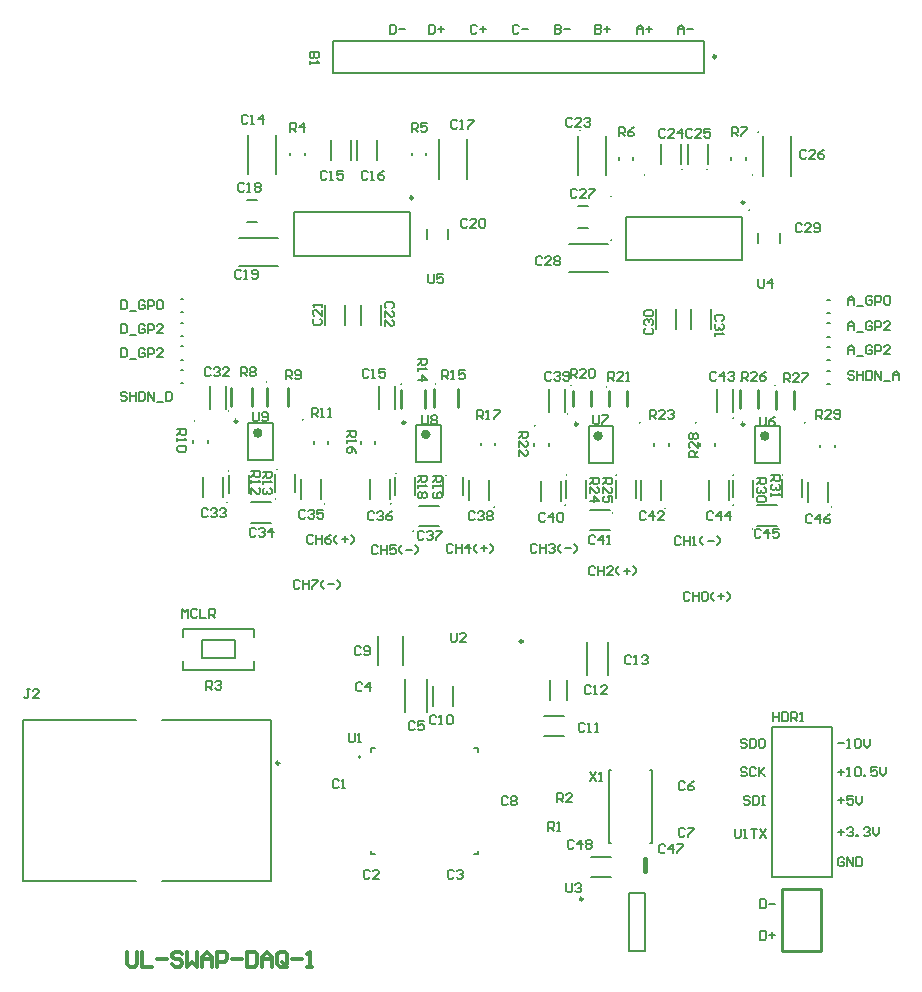
<source format=gto>
G04*
G04 #@! TF.GenerationSoftware,Altium Limited,Altium Designer,22.10.1 (41)*
G04*
G04 Layer_Color=65535*
%FSLAX24Y24*%
%MOIN*%
G70*
G04*
G04 #@! TF.SameCoordinates,EAAA1F8D-6CAC-4442-BC96-451E5CDCA5FB*
G04*
G04*
G04 #@! TF.FilePolarity,Positive*
G04*
G01*
G75*
%ADD10C,0.0098*%
%ADD11C,0.0100*%
%ADD12C,0.0079*%
%ADD13C,0.0157*%
%ADD14C,0.0050*%
%ADD15C,0.0070*%
%ADD16C,0.0120*%
D10*
X23899Y37700D02*
G03*
X23899Y37700I-49J0D01*
G01*
X19457Y9620D02*
G03*
X19457Y9620I-49J0D01*
G01*
X24843Y25451D02*
G03*
X24843Y25451I-49J0D01*
G01*
X19289D02*
G03*
X19289Y25451I-49J0D01*
G01*
X24844Y32842D02*
G03*
X24844Y32842I-49J0D01*
G01*
X13543Y25501D02*
G03*
X13543Y25501I-49J0D01*
G01*
X7943Y25551D02*
G03*
X7943Y25551I-49J0D01*
G01*
X13794Y32992D02*
G03*
X13794Y32992I-49J0D01*
G01*
X9339Y14150D02*
G03*
X9339Y14150I-49J0D01*
G01*
D11*
X17455Y18208D02*
G03*
X17455Y18208I-50J0D01*
G01*
X26100Y7900D02*
X27400D01*
X26100Y9950D02*
X27400D01*
Y7900D02*
Y9950D01*
X26100Y7900D02*
Y9950D01*
X25894Y25961D02*
Y26561D01*
X26494Y25961D02*
Y26561D01*
X25294Y25990D02*
Y26590D01*
X24694Y25990D02*
Y26590D01*
X13394Y25990D02*
Y26590D01*
X15294Y26011D02*
Y26611D01*
X14494Y26011D02*
Y26611D01*
X8940Y26040D02*
Y26640D01*
X9640Y26040D02*
Y26640D01*
X8444Y26040D02*
Y26640D01*
X7740Y26040D02*
Y26640D01*
X14194Y25990D02*
Y26590D01*
X19740Y26040D02*
Y26540D01*
X19140Y26040D02*
Y26540D01*
X20340Y26040D02*
Y26540D01*
X20940Y26040D02*
Y26540D01*
D12*
X12058Y14359D02*
G03*
X12058Y14359I-39J0D01*
G01*
X24720Y26900D02*
G03*
X24720Y26900I-20J0D01*
G01*
X18871Y22760D02*
G03*
X18871Y22760I-20J0D01*
G01*
X13221Y23810D02*
G03*
X13221Y23810I-20J0D01*
G01*
X6521Y25560D02*
G03*
X6521Y25560I-20J0D01*
G01*
X7609Y22840D02*
G03*
X7609Y22840I-20J0D01*
G01*
X21370Y25500D02*
G03*
X21370Y25500I-20J0D01*
G01*
X25009Y32590D02*
G03*
X25009Y32590I-20J0D01*
G01*
X25120Y33750D02*
G03*
X25120Y33750I-20J0D01*
G01*
X25309Y35190D02*
G03*
X25309Y35190I-20J0D01*
G01*
X26870Y25500D02*
G03*
X26870Y25500I-20J0D01*
G01*
X25863Y26740D02*
G03*
X25863Y26740I-20J0D01*
G01*
X25120Y21950D02*
G03*
X25120Y21950I-20J0D01*
G01*
X24470Y25650D02*
G03*
X24470Y25650I-20J0D01*
G01*
X23220Y25500D02*
G03*
X23220Y25500I-20J0D01*
G01*
X17870Y25400D02*
G03*
X17870Y25400I-20J0D01*
G01*
X24470Y22750D02*
G03*
X24470Y22750I-20J0D01*
G01*
Y23750D02*
G03*
X24470Y23750I-20J0D01*
G01*
X26120D02*
G03*
X26120Y23750I-20J0D01*
G01*
X21520Y33750D02*
G03*
X21520Y33750I-20J0D01*
G01*
X22759Y33940D02*
G03*
X22759Y33940I-20J0D01*
G01*
X14913Y23740D02*
G03*
X14913Y23740I-20J0D01*
G01*
X13070Y22800D02*
G03*
X13070Y22800I-20J0D01*
G01*
X13409Y26790D02*
G03*
X13409Y26790I-20J0D01*
G01*
X13809Y21890D02*
G03*
X13809Y21890I-20J0D01*
G01*
X14563Y26790D02*
G03*
X14563Y26790I-20J0D01*
G01*
X16059Y25740D02*
G03*
X16059Y25740I-20J0D01*
G01*
X10120Y25600D02*
G03*
X10120Y25600I-20J0D01*
G01*
X8920Y26850D02*
G03*
X8920Y26850I-20J0D01*
G01*
X9220Y22950D02*
G03*
X9220Y22950I-20J0D01*
G01*
X7659Y25890D02*
G03*
X7659Y25890I-20J0D01*
G01*
X9259Y23940D02*
G03*
X9259Y23940I-20J0D01*
G01*
X10859Y22790D02*
G03*
X10859Y22790I-20J0D01*
G01*
X16509Y22690D02*
G03*
X16509Y22690I-20J0D01*
G01*
X7659Y23890D02*
G03*
X7659Y23890I-20J0D01*
G01*
X20409Y33040D02*
G03*
X20409Y33040I-20J0D01*
G01*
X23609Y33940D02*
G03*
X23609Y33940I-20J0D01*
G01*
X20459Y22490D02*
G03*
X20459Y22490I-20J0D01*
G01*
X22209Y22640D02*
G03*
X22209Y22640I-20J0D01*
G01*
X18709Y22490D02*
G03*
X18709Y22490I-20J0D01*
G01*
X19059Y26740D02*
G03*
X19059Y26740I-20J0D01*
G01*
X18959Y25790D02*
G03*
X18959Y25790I-20J0D01*
G01*
X18920Y23750D02*
G03*
X18920Y23750I-20J0D01*
G01*
X20570D02*
G03*
X20570Y23750I-20J0D01*
G01*
X20259Y26690D02*
G03*
X20259Y26690I-20J0D01*
G01*
X27759Y22690D02*
G03*
X27759Y22690I-20J0D01*
G01*
X20409Y31590D02*
G03*
X20409Y31590I-20J0D01*
G01*
X19359Y35240D02*
G03*
X19359Y35240I-20J0D01*
G01*
X6061Y29174D02*
X6139D01*
X6061Y29626D02*
X6139D01*
X6061Y28385D02*
X6139D01*
X6061Y28837D02*
X6139D01*
X6061Y27595D02*
X6139D01*
X6061Y28048D02*
X6139D01*
X6061Y26806D02*
X6139D01*
X6061Y27259D02*
X6139D01*
X27611Y27226D02*
X27689D01*
X27611Y26774D02*
X27689D01*
X27611Y28026D02*
X27689D01*
X27611Y27574D02*
X27689D01*
X27611Y28815D02*
X27689D01*
X27611Y28363D02*
X27689D01*
X27611Y29605D02*
X27689D01*
X27611Y29152D02*
X27689D01*
X23481Y37169D02*
Y38231D01*
X11119D02*
X23481D01*
X11119Y37169D02*
Y38231D01*
Y37169D02*
X23481D01*
X6477Y24838D02*
Y24917D01*
X6970Y24838D02*
Y24917D01*
X18856Y25847D02*
Y26634D01*
X18324Y25847D02*
Y26634D01*
X25750Y10350D02*
X27750D01*
X25750Y15350D02*
X27750D01*
Y10350D02*
Y15350D01*
X25750Y10350D02*
Y15350D01*
X20983Y7885D02*
Y9815D01*
Y7885D02*
X21517D01*
Y9815D01*
X20983D02*
X21517D01*
X19715Y11035D02*
X20385D01*
X19715Y10365D02*
X20385D01*
X12065Y28765D02*
Y29435D01*
X12735Y28765D02*
Y29435D01*
X10865Y28770D02*
Y29439D01*
X11535Y28770D02*
Y29439D01*
X24896Y34261D02*
Y34340D01*
X24404Y34261D02*
Y34340D01*
X21141Y34261D02*
Y34340D01*
X20649Y34261D02*
Y34340D01*
X14241Y34411D02*
Y34490D01*
X13749Y34411D02*
Y34490D01*
X10196Y34411D02*
Y34490D01*
X9704Y34411D02*
Y34490D01*
X18165Y15735D02*
X18835D01*
X18165Y15065D02*
X18835D01*
X14465Y16065D02*
Y16735D01*
X15135Y16065D02*
Y16735D01*
X21709Y13920D02*
X21778D01*
X20322D02*
X20391D01*
X20322Y11480D02*
Y13920D01*
X21709Y11480D02*
X21778D01*
X20322D02*
X20391D01*
X21778D02*
Y13920D01*
X13543Y15862D02*
Y16969D01*
X14257Y15862D02*
Y16969D01*
X12585Y34270D02*
Y34939D01*
X11915Y34270D02*
Y34939D01*
X23724Y28606D02*
Y29275D01*
X23055Y28606D02*
Y29275D01*
X22574Y28606D02*
Y29275D01*
X21905Y28606D02*
Y29275D01*
X18989Y30526D02*
X20291D01*
X18989Y31454D02*
X20291D01*
X20214Y33749D02*
Y35051D01*
X19286Y33749D02*
Y35051D01*
X25207Y24152D02*
X26034D01*
X25207Y25373D02*
X26034D01*
Y24152D02*
Y25373D01*
X25207Y24152D02*
Y25373D01*
X26404Y33739D02*
Y35041D01*
X25476Y33739D02*
Y35041D01*
X23924Y25852D02*
Y26639D01*
X24456Y25852D02*
Y26639D01*
X19653Y24152D02*
X20480D01*
X19653Y25373D02*
X20480D01*
Y24152D02*
Y25373D01*
X19653Y24152D02*
Y25373D01*
X19310Y31975D02*
X19643D01*
X19310Y32706D02*
X19643D01*
X20897Y30913D02*
Y32369D01*
X24756Y30913D02*
Y32369D01*
X20897Y30913D02*
X24756D01*
X20897Y32369D02*
X24756D01*
X14249Y31624D02*
Y31957D01*
X14980Y31624D02*
Y31957D01*
X8260Y32175D02*
X8593D01*
X8260Y32906D02*
X8593D01*
X13907Y24202D02*
Y25423D01*
X14734Y24202D02*
Y25423D01*
X13907D02*
X14734D01*
X13907Y24202D02*
X14734D01*
X8307Y24252D02*
Y25473D01*
X9134Y24252D02*
Y25473D01*
X8307D02*
X9134D01*
X8307Y24252D02*
X9134D01*
X9847Y32519D02*
X13706D01*
X9847Y31063D02*
X13706D01*
Y32519D01*
X9847Y31063D02*
Y32519D01*
X8324Y23150D02*
Y23741D01*
X7655Y23150D02*
Y23741D01*
X9878Y23195D02*
Y23786D01*
X9209Y23195D02*
Y23786D01*
X13877Y23101D02*
Y23691D01*
X13207Y23101D02*
Y23691D01*
X15474Y23095D02*
Y23686D01*
X14805Y23095D02*
Y23686D01*
X19574Y22995D02*
Y23586D01*
X18905Y22995D02*
Y23586D01*
X21224Y22995D02*
Y23586D01*
X20555Y22995D02*
Y23586D01*
X25128Y23008D02*
Y23599D01*
X24459Y23008D02*
Y23599D01*
X26778Y23032D02*
Y23623D01*
X26109Y23032D02*
Y23623D01*
X10977Y24803D02*
Y24882D01*
X10485Y24803D02*
Y24882D01*
X16546Y24761D02*
Y24839D01*
X16054Y24761D02*
Y24839D01*
X22323Y24738D02*
Y24817D01*
X21831Y24738D02*
Y24817D01*
X27868Y24690D02*
Y24769D01*
X27376Y24690D02*
Y24769D01*
X12547Y24803D02*
Y24882D01*
X12055Y24803D02*
Y24882D01*
X17822Y24733D02*
Y24811D01*
X18314Y24733D02*
Y24811D01*
X23379Y24738D02*
Y24817D01*
X23871Y24738D02*
Y24817D01*
X7999Y31654D02*
X9300D01*
X7999Y30726D02*
X9300D01*
X14676Y33639D02*
Y34941D01*
X15604Y33639D02*
Y34941D01*
X8286Y33799D02*
Y35101D01*
X9214Y33799D02*
Y35101D01*
X11067Y34265D02*
Y34935D01*
X11737Y34265D02*
Y34935D01*
X22955Y34106D02*
Y34775D01*
X23624Y34106D02*
Y34775D01*
X22724Y34106D02*
Y34775D01*
X22055Y34106D02*
Y34775D01*
X6807Y23006D02*
Y23675D01*
X7476Y23006D02*
Y23675D01*
X12359Y22956D02*
Y23625D01*
X13028Y22956D02*
Y23625D01*
X18055Y22900D02*
Y23570D01*
X18724Y22900D02*
Y23570D01*
X23659Y22906D02*
Y23575D01*
X24328Y22906D02*
Y23575D01*
X8405Y22171D02*
X9074D01*
X8405Y22841D02*
X9074D01*
X14005Y22725D02*
X14674D01*
X14005Y22056D02*
X14674D01*
X19710Y21906D02*
X20379D01*
X19710Y22575D02*
X20379D01*
X25259Y22071D02*
X25928D01*
X25259Y22741D02*
X25928D01*
X10057Y22969D02*
Y23638D01*
X10727Y22969D02*
Y23638D01*
X15657Y22919D02*
Y23588D01*
X16327Y22919D02*
Y23588D01*
X21405Y22906D02*
Y23575D01*
X22074Y22906D02*
Y23575D01*
X26957Y22856D02*
Y23525D01*
X27627Y22856D02*
Y23525D01*
X7024Y25952D02*
Y26739D01*
X7556Y25952D02*
Y26739D01*
X12674Y25947D02*
Y26734D01*
X13206Y25947D02*
Y26734D01*
X25299Y31474D02*
Y31807D01*
X26030Y31474D02*
Y31807D01*
X13463Y17408D02*
Y18392D01*
X12637Y17408D02*
Y18392D01*
X19593Y17096D02*
Y18204D01*
X20307Y17096D02*
Y18204D01*
X18355Y16265D02*
Y16935D01*
X18945Y16265D02*
Y16935D01*
X802Y10225D02*
X4566D01*
X802Y15575D02*
X4566D01*
X5432Y10225D02*
X9054D01*
X5432Y15575D02*
X9054D01*
X802Y10225D02*
Y15575D01*
X9054Y10225D02*
Y15575D01*
D13*
X25601Y25058D02*
G03*
X25601Y25058I-79J0D01*
G01*
X20047D02*
G03*
X20047Y25058I-79J0D01*
G01*
X14301Y25108D02*
G03*
X14301Y25108I-79J0D01*
G01*
X8701Y25158D02*
G03*
X8701Y25158I-79J0D01*
G01*
X21540Y10543D02*
Y10957D01*
D14*
X15836Y11111D02*
X15954D01*
X15836Y14654D02*
X15954D01*
X12411Y11111D02*
X12529D01*
X12411Y14654D02*
X12529D01*
X15954Y11111D02*
Y11229D01*
Y14536D02*
Y14654D01*
X12411Y11111D02*
Y11229D01*
Y14536D02*
Y14654D01*
X6119Y17261D02*
Y17556D01*
Y18344D02*
Y18639D01*
X8481Y18344D02*
Y18639D01*
Y17261D02*
Y17556D01*
X6749Y17655D02*
X7851D01*
X6749D02*
Y18245D01*
X7851D01*
Y17655D02*
Y18245D01*
X6119Y17261D02*
X8481D01*
X6119Y18639D02*
X8481D01*
D15*
X13020Y38770D02*
Y38470D01*
X13170D01*
X13220Y38520D01*
Y38720D01*
X13170Y38770D01*
X13020D01*
X13320Y38620D02*
X13520D01*
X14320Y38770D02*
Y38470D01*
X14470D01*
X14520Y38520D01*
Y38720D01*
X14470Y38770D01*
X14320D01*
X14620Y38620D02*
X14820D01*
X14720Y38720D02*
Y38520D01*
X15920Y38720D02*
X15870Y38770D01*
X15770D01*
X15720Y38720D01*
Y38520D01*
X15770Y38470D01*
X15870D01*
X15920Y38520D01*
X16020Y38620D02*
X16220D01*
X16120Y38720D02*
Y38520D01*
X17320Y38720D02*
X17270Y38770D01*
X17170D01*
X17120Y38720D01*
Y38520D01*
X17170Y38470D01*
X17270D01*
X17320Y38520D01*
X17420Y38620D02*
X17620D01*
X18520Y38770D02*
Y38470D01*
X18670D01*
X18720Y38520D01*
Y38570D01*
X18670Y38620D01*
X18520D01*
X18670D01*
X18720Y38670D01*
Y38720D01*
X18670Y38770D01*
X18520D01*
X18820Y38620D02*
X19020D01*
X19870Y38770D02*
Y38470D01*
X20020D01*
X20070Y38520D01*
Y38570D01*
X20020Y38620D01*
X19870D01*
X20020D01*
X20070Y38670D01*
Y38720D01*
X20020Y38770D01*
X19870D01*
X20170Y38620D02*
X20370D01*
X20270Y38720D02*
Y38520D01*
X21270Y38470D02*
Y38670D01*
X21370Y38770D01*
X21470Y38670D01*
Y38470D01*
Y38620D01*
X21270D01*
X21570D02*
X21770D01*
X21670Y38720D02*
Y38520D01*
X22620Y38470D02*
Y38670D01*
X22720Y38770D01*
X22820Y38670D01*
Y38470D01*
Y38620D01*
X22620D01*
X22920D02*
X23120D01*
X10020Y20220D02*
X9970Y20270D01*
X9870D01*
X9820Y20220D01*
Y20020D01*
X9870Y19970D01*
X9970D01*
X10020Y20020D01*
X10120Y20270D02*
Y19970D01*
Y20120D01*
X10320D01*
Y20270D01*
Y19970D01*
X10420Y20270D02*
X10620D01*
Y20220D01*
X10420Y20020D01*
Y19970D01*
X10820D02*
X10720Y20070D01*
Y20170D01*
X10820Y20270D01*
X10970Y20120D02*
X11170D01*
X11270Y19970D02*
X11370Y20070D01*
Y20170D01*
X11270Y20270D01*
X12620Y21370D02*
X12570Y21420D01*
X12470D01*
X12420Y21370D01*
Y21170D01*
X12470Y21120D01*
X12570D01*
X12620Y21170D01*
X12720Y21420D02*
Y21120D01*
Y21270D01*
X12920D01*
Y21420D01*
Y21120D01*
X13220Y21420D02*
X13020D01*
Y21270D01*
X13120Y21320D01*
X13170D01*
X13220Y21270D01*
Y21170D01*
X13170Y21120D01*
X13070D01*
X13020Y21170D01*
X13420Y21120D02*
X13320Y21220D01*
Y21320D01*
X13420Y21420D01*
X13570Y21270D02*
X13770D01*
X13870Y21120D02*
X13970Y21220D01*
Y21320D01*
X13870Y21420D01*
X15120Y21420D02*
X15070Y21470D01*
X14970D01*
X14920Y21420D01*
Y21220D01*
X14970Y21170D01*
X15070D01*
X15120Y21220D01*
X15220Y21470D02*
Y21170D01*
Y21320D01*
X15420D01*
Y21470D01*
Y21170D01*
X15670D02*
Y21470D01*
X15520Y21320D01*
X15720D01*
X15920Y21170D02*
X15820Y21270D01*
Y21370D01*
X15920Y21470D01*
X16070Y21320D02*
X16270D01*
X16170Y21420D02*
Y21220D01*
X16370Y21170D02*
X16470Y21270D01*
Y21370D01*
X16370Y21470D01*
X17920Y21420D02*
X17870Y21470D01*
X17770D01*
X17720Y21420D01*
Y21220D01*
X17770Y21170D01*
X17870D01*
X17920Y21220D01*
X18020Y21470D02*
Y21170D01*
Y21320D01*
X18220D01*
Y21470D01*
Y21170D01*
X18320Y21420D02*
X18370Y21470D01*
X18470D01*
X18520Y21420D01*
Y21370D01*
X18470Y21320D01*
X18420D01*
X18470D01*
X18520Y21270D01*
Y21220D01*
X18470Y21170D01*
X18370D01*
X18320Y21220D01*
X18720Y21170D02*
X18620Y21270D01*
Y21370D01*
X18720Y21470D01*
X18870Y21320D02*
X19070D01*
X19170Y21170D02*
X19269Y21270D01*
Y21370D01*
X19170Y21470D01*
X19870Y20670D02*
X19820Y20720D01*
X19720D01*
X19670Y20670D01*
Y20470D01*
X19720Y20420D01*
X19820D01*
X19870Y20470D01*
X19970Y20720D02*
Y20420D01*
Y20570D01*
X20170D01*
Y20720D01*
Y20420D01*
X20470D02*
X20270D01*
X20470Y20620D01*
Y20670D01*
X20420Y20720D01*
X20320D01*
X20270Y20670D01*
X20670Y20420D02*
X20570Y20520D01*
Y20620D01*
X20670Y20720D01*
X20820Y20570D02*
X21020D01*
X20920Y20670D02*
Y20470D01*
X21120Y20420D02*
X21219Y20520D01*
Y20620D01*
X21120Y20720D01*
X22720Y21670D02*
X22670Y21720D01*
X22570D01*
X22520Y21670D01*
Y21470D01*
X22570Y21420D01*
X22670D01*
X22720Y21470D01*
X22820Y21720D02*
Y21420D01*
Y21570D01*
X23020D01*
Y21720D01*
Y21420D01*
X23120D02*
X23220D01*
X23170D01*
Y21720D01*
X23120Y21670D01*
X23470Y21420D02*
X23370Y21520D01*
Y21620D01*
X23470Y21720D01*
X23620Y21570D02*
X23820D01*
X23920Y21420D02*
X24020Y21520D01*
Y21620D01*
X23920Y21720D01*
X23020Y19820D02*
X22970Y19870D01*
X22870D01*
X22820Y19820D01*
Y19620D01*
X22870Y19570D01*
X22970D01*
X23020Y19620D01*
X23120Y19870D02*
Y19570D01*
Y19720D01*
X23320D01*
Y19870D01*
Y19570D01*
X23420Y19820D02*
X23470Y19870D01*
X23570D01*
X23620Y19820D01*
Y19620D01*
X23570Y19570D01*
X23470D01*
X23420Y19620D01*
Y19820D01*
X23820Y19570D02*
X23720Y19670D01*
Y19770D01*
X23820Y19870D01*
X23970Y19720D02*
X24170D01*
X24070Y19820D02*
Y19620D01*
X24270Y19570D02*
X24369Y19670D01*
Y19770D01*
X24270Y19870D01*
X10470Y21720D02*
X10420Y21770D01*
X10320D01*
X10270Y21720D01*
Y21520D01*
X10320Y21470D01*
X10420D01*
X10470Y21520D01*
X10570Y21770D02*
Y21470D01*
Y21620D01*
X10770D01*
Y21770D01*
Y21470D01*
X11070Y21770D02*
X10970Y21720D01*
X10870Y21620D01*
Y21520D01*
X10920Y21470D01*
X11020D01*
X11070Y21520D01*
Y21570D01*
X11020Y21620D01*
X10870D01*
X11270Y21470D02*
X11170Y21570D01*
Y21670D01*
X11270Y21770D01*
X11420Y21620D02*
X11620D01*
X11520Y21720D02*
Y21520D01*
X11720Y21470D02*
X11819Y21570D01*
Y21670D01*
X11720Y21770D01*
X28170Y10970D02*
X28120Y11020D01*
X28020D01*
X27970Y10970D01*
Y10770D01*
X28020Y10720D01*
X28120D01*
X28170Y10770D01*
Y10870D01*
X28070D01*
X28270Y10720D02*
Y11020D01*
X28470Y10720D01*
Y11020D01*
X28570D02*
Y10720D01*
X28720D01*
X28770Y10770D01*
Y10970D01*
X28720Y11020D01*
X28570D01*
X27970Y11870D02*
X28170D01*
X28070Y11970D02*
Y11770D01*
X28270Y11970D02*
X28320Y12020D01*
X28420D01*
X28470Y11970D01*
Y11920D01*
X28420Y11870D01*
X28370D01*
X28420D01*
X28470Y11820D01*
Y11770D01*
X28420Y11720D01*
X28320D01*
X28270Y11770D01*
X28570Y11720D02*
Y11770D01*
X28620D01*
Y11720D01*
X28570D01*
X28820Y11970D02*
X28870Y12020D01*
X28970D01*
X29020Y11970D01*
Y11920D01*
X28970Y11870D01*
X28920D01*
X28970D01*
X29020Y11820D01*
Y11770D01*
X28970Y11720D01*
X28870D01*
X28820Y11770D01*
X29120Y12020D02*
Y11820D01*
X29220Y11720D01*
X29320Y11820D01*
Y12020D01*
X27970Y12920D02*
X28170D01*
X28070Y13020D02*
Y12820D01*
X28470Y13070D02*
X28270D01*
Y12920D01*
X28370Y12970D01*
X28420D01*
X28470Y12920D01*
Y12820D01*
X28420Y12770D01*
X28320D01*
X28270Y12820D01*
X28570Y13070D02*
Y12870D01*
X28670Y12770D01*
X28770Y12870D01*
Y13070D01*
X27970Y13870D02*
X28170D01*
X28070Y13970D02*
Y13770D01*
X28270Y13720D02*
X28370D01*
X28320D01*
Y14020D01*
X28270Y13970D01*
X28520D02*
X28570Y14020D01*
X28670D01*
X28720Y13970D01*
Y13770D01*
X28670Y13720D01*
X28570D01*
X28520Y13770D01*
Y13970D01*
X28820Y13720D02*
Y13770D01*
X28870D01*
Y13720D01*
X28820D01*
X29270Y14020D02*
X29070D01*
Y13870D01*
X29170Y13920D01*
X29220D01*
X29270Y13870D01*
Y13770D01*
X29220Y13720D01*
X29120D01*
X29070Y13770D01*
X29370Y14020D02*
Y13820D01*
X29470Y13720D01*
X29569Y13820D01*
Y14020D01*
X27970Y14820D02*
X28170D01*
X28270Y14670D02*
X28370D01*
X28320D01*
Y14970D01*
X28270Y14920D01*
X28520D02*
X28570Y14970D01*
X28670D01*
X28720Y14920D01*
Y14720D01*
X28670Y14670D01*
X28570D01*
X28520Y14720D01*
Y14920D01*
X28820Y14970D02*
Y14770D01*
X28920Y14670D01*
X29020Y14770D01*
Y14970D01*
X24520Y11970D02*
Y11720D01*
X24570Y11670D01*
X24670D01*
X24720Y11720D01*
Y11970D01*
X24820Y11670D02*
X24920D01*
X24870D01*
Y11970D01*
X24820Y11920D01*
X25070Y11970D02*
X25270D01*
X25170D01*
Y11670D01*
X25370Y11970D02*
X25570Y11670D01*
Y11970D02*
X25370Y11670D01*
X25020Y13020D02*
X24970Y13070D01*
X24870D01*
X24820Y13020D01*
Y12970D01*
X24870Y12920D01*
X24970D01*
X25020Y12870D01*
Y12820D01*
X24970Y12770D01*
X24870D01*
X24820Y12820D01*
X25120Y13070D02*
Y12770D01*
X25270D01*
X25320Y12820D01*
Y13020D01*
X25270Y13070D01*
X25120D01*
X25420D02*
X25520D01*
X25470D01*
Y12770D01*
X25420D01*
X25520D01*
X24920Y13970D02*
X24870Y14020D01*
X24770D01*
X24720Y13970D01*
Y13920D01*
X24770Y13870D01*
X24870D01*
X24920Y13820D01*
Y13770D01*
X24870Y13720D01*
X24770D01*
X24720Y13770D01*
X25220Y13970D02*
X25170Y14020D01*
X25070D01*
X25020Y13970D01*
Y13770D01*
X25070Y13720D01*
X25170D01*
X25220Y13770D01*
X25320Y14020D02*
Y13720D01*
Y13820D01*
X25520Y14020D01*
X25370Y13870D01*
X25520Y13720D01*
X24920Y14920D02*
X24870Y14970D01*
X24770D01*
X24720Y14920D01*
Y14870D01*
X24770Y14820D01*
X24870D01*
X24920Y14770D01*
Y14720D01*
X24870Y14670D01*
X24770D01*
X24720Y14720D01*
X25020Y14970D02*
Y14670D01*
X25170D01*
X25220Y14720D01*
Y14920D01*
X25170Y14970D01*
X25020D01*
X25470D02*
X25370D01*
X25320Y14920D01*
Y14720D01*
X25370Y14670D01*
X25470D01*
X25520Y14720D01*
Y14920D01*
X25470Y14970D01*
X25370Y8570D02*
Y8270D01*
X25520D01*
X25570Y8320D01*
Y8520D01*
X25520Y8570D01*
X25370D01*
X25670Y8420D02*
X25870D01*
X25770Y8520D02*
Y8320D01*
X25370Y9620D02*
Y9320D01*
X25520D01*
X25570Y9370D01*
Y9570D01*
X25520Y9620D01*
X25370D01*
X25670Y9470D02*
X25870D01*
X4050Y29575D02*
Y29275D01*
X4200D01*
X4250Y29325D01*
Y29525D01*
X4200Y29575D01*
X4050D01*
X4350Y29225D02*
X4550D01*
X4850Y29525D02*
X4800Y29575D01*
X4700D01*
X4650Y29525D01*
Y29325D01*
X4700Y29275D01*
X4800D01*
X4850Y29325D01*
Y29425D01*
X4750D01*
X4950Y29275D02*
Y29575D01*
X5100D01*
X5150Y29525D01*
Y29425D01*
X5100Y29375D01*
X4950D01*
X5250Y29525D02*
X5300Y29575D01*
X5400D01*
X5450Y29525D01*
Y29325D01*
X5400Y29275D01*
X5300D01*
X5250Y29325D01*
Y29525D01*
X4050Y28775D02*
Y28475D01*
X4200D01*
X4250Y28525D01*
Y28725D01*
X4200Y28775D01*
X4050D01*
X4350Y28425D02*
X4550D01*
X4850Y28725D02*
X4800Y28775D01*
X4700D01*
X4650Y28725D01*
Y28525D01*
X4700Y28475D01*
X4800D01*
X4850Y28525D01*
Y28625D01*
X4750D01*
X4950Y28475D02*
Y28775D01*
X5100D01*
X5150Y28725D01*
Y28625D01*
X5100Y28575D01*
X4950D01*
X5450Y28475D02*
X5250D01*
X5450Y28675D01*
Y28725D01*
X5400Y28775D01*
X5300D01*
X5250Y28725D01*
X4050Y27975D02*
Y27675D01*
X4200D01*
X4250Y27725D01*
Y27925D01*
X4200Y27975D01*
X4050D01*
X4350Y27625D02*
X4550D01*
X4850Y27925D02*
X4800Y27975D01*
X4700D01*
X4650Y27925D01*
Y27725D01*
X4700Y27675D01*
X4800D01*
X4850Y27725D01*
Y27825D01*
X4750D01*
X4950Y27675D02*
Y27975D01*
X5100D01*
X5150Y27925D01*
Y27825D01*
X5100Y27775D01*
X4950D01*
X5450Y27675D02*
X5250D01*
X5450Y27875D01*
Y27925D01*
X5400Y27975D01*
X5300D01*
X5250Y27925D01*
X4250Y26475D02*
X4200Y26525D01*
X4100D01*
X4050Y26475D01*
Y26425D01*
X4100Y26375D01*
X4200D01*
X4250Y26325D01*
Y26275D01*
X4200Y26225D01*
X4100D01*
X4050Y26275D01*
X4350Y26525D02*
Y26225D01*
Y26375D01*
X4550D01*
Y26525D01*
Y26225D01*
X4650Y26525D02*
Y26225D01*
X4800D01*
X4850Y26275D01*
Y26475D01*
X4800Y26525D01*
X4650D01*
X4950Y26225D02*
Y26525D01*
X5150Y26225D01*
Y26525D01*
X5250Y26175D02*
X5450D01*
X5550Y26525D02*
Y26225D01*
X5700D01*
X5750Y26275D01*
Y26475D01*
X5700Y26525D01*
X5550D01*
X28500Y27175D02*
X28450Y27225D01*
X28350D01*
X28300Y27175D01*
Y27125D01*
X28350Y27075D01*
X28450D01*
X28500Y27025D01*
Y26975D01*
X28450Y26925D01*
X28350D01*
X28300Y26975D01*
X28600Y27225D02*
Y26925D01*
Y27075D01*
X28800D01*
Y27225D01*
Y26925D01*
X28900Y27225D02*
Y26925D01*
X29050D01*
X29100Y26975D01*
Y27175D01*
X29050Y27225D01*
X28900D01*
X29200Y26925D02*
Y27225D01*
X29400Y26925D01*
Y27225D01*
X29500Y26875D02*
X29700D01*
X29800Y26925D02*
Y27125D01*
X29900Y27225D01*
X30000Y27125D01*
Y26925D01*
Y27075D01*
X29800D01*
X28300Y27775D02*
Y27975D01*
X28400Y28075D01*
X28500Y27975D01*
Y27775D01*
Y27925D01*
X28300D01*
X28600Y27725D02*
X28800D01*
X29100Y28025D02*
X29050Y28075D01*
X28950D01*
X28900Y28025D01*
Y27825D01*
X28950Y27775D01*
X29050D01*
X29100Y27825D01*
Y27925D01*
X29000D01*
X29200Y27775D02*
Y28075D01*
X29350D01*
X29400Y28025D01*
Y27925D01*
X29350Y27875D01*
X29200D01*
X29700Y27775D02*
X29500D01*
X29700Y27975D01*
Y28025D01*
X29650Y28075D01*
X29550D01*
X29500Y28025D01*
X28300Y28575D02*
Y28775D01*
X28400Y28875D01*
X28500Y28775D01*
Y28575D01*
Y28725D01*
X28300D01*
X28600Y28525D02*
X28800D01*
X29100Y28825D02*
X29050Y28875D01*
X28950D01*
X28900Y28825D01*
Y28625D01*
X28950Y28575D01*
X29050D01*
X29100Y28625D01*
Y28725D01*
X29000D01*
X29200Y28575D02*
Y28875D01*
X29350D01*
X29400Y28825D01*
Y28725D01*
X29350Y28675D01*
X29200D01*
X29700Y28575D02*
X29500D01*
X29700Y28775D01*
Y28825D01*
X29650Y28875D01*
X29550D01*
X29500Y28825D01*
X28300Y29425D02*
Y29625D01*
X28400Y29725D01*
X28500Y29625D01*
Y29425D01*
Y29575D01*
X28300D01*
X28600Y29375D02*
X28800D01*
X29100Y29675D02*
X29050Y29725D01*
X28950D01*
X28900Y29675D01*
Y29475D01*
X28950Y29425D01*
X29050D01*
X29100Y29475D01*
Y29575D01*
X29000D01*
X29200Y29425D02*
Y29725D01*
X29350D01*
X29400Y29675D01*
Y29575D01*
X29350Y29525D01*
X29200D01*
X29500Y29675D02*
X29550Y29725D01*
X29650D01*
X29700Y29675D01*
Y29475D01*
X29650Y29425D01*
X29550D01*
X29500Y29475D01*
Y29675D01*
X15050Y18500D02*
Y18250D01*
X15100Y18200D01*
X15200D01*
X15250Y18250D01*
Y18500D01*
X15550Y18200D02*
X15350D01*
X15550Y18400D01*
Y18450D01*
X15500Y18500D01*
X15400D01*
X15350Y18450D01*
X19150Y11550D02*
X19100Y11600D01*
X19000D01*
X18950Y11550D01*
Y11350D01*
X19000Y11300D01*
X19100D01*
X19150Y11350D01*
X19400Y11300D02*
Y11600D01*
X19250Y11450D01*
X19450D01*
X19550Y11550D02*
X19600Y11600D01*
X19700D01*
X19750Y11550D01*
Y11500D01*
X19700Y11450D01*
X19750Y11400D01*
Y11350D01*
X19700Y11300D01*
X19600D01*
X19550Y11350D01*
Y11400D01*
X19600Y11450D01*
X19550Y11500D01*
Y11550D01*
X19600Y11450D02*
X19700D01*
X22200Y11400D02*
X22150Y11450D01*
X22050D01*
X22000Y11400D01*
Y11200D01*
X22050Y11150D01*
X22150D01*
X22200Y11200D01*
X22450Y11150D02*
Y11450D01*
X22300Y11300D01*
X22500D01*
X22600Y11450D02*
X22800D01*
Y11400D01*
X22600Y11200D01*
Y11150D01*
X13110Y29310D02*
X13160Y29360D01*
Y29460D01*
X13110Y29510D01*
X12910D01*
X12860Y29460D01*
Y29360D01*
X12910Y29310D01*
X12860Y29010D02*
Y29210D01*
X13060Y29010D01*
X13110D01*
X13160Y29060D01*
Y29160D01*
X13110Y29210D01*
X12860Y28710D02*
Y28910D01*
X13060Y28710D01*
X13110D01*
X13160Y28760D01*
Y28860D01*
X13110Y28910D01*
X10510Y28964D02*
X10460Y28914D01*
Y28815D01*
X10510Y28765D01*
X10710D01*
X10760Y28815D01*
Y28914D01*
X10710Y28964D01*
X10760Y29264D02*
Y29064D01*
X10560Y29264D01*
X10510D01*
X10460Y29214D01*
Y29114D01*
X10510Y29064D01*
X10760Y29364D02*
Y29464D01*
Y29414D01*
X10460D01*
X10510Y29364D01*
X24416Y35050D02*
Y35350D01*
X24566D01*
X24616Y35300D01*
Y35200D01*
X24566Y35150D01*
X24416D01*
X24516D02*
X24616Y35050D01*
X24716Y35350D02*
X24916D01*
Y35300D01*
X24716Y35100D01*
Y35050D01*
X20660D02*
Y35350D01*
X20810D01*
X20860Y35300D01*
Y35200D01*
X20810Y35150D01*
X20660D01*
X20760D02*
X20860Y35050D01*
X21160Y35350D02*
X21060Y35300D01*
X20960Y35200D01*
Y35100D01*
X21010Y35050D01*
X21110D01*
X21160Y35100D01*
Y35150D01*
X21110Y35200D01*
X20960D01*
X13750Y35200D02*
Y35500D01*
X13900D01*
X13950Y35450D01*
Y35350D01*
X13900Y35300D01*
X13750D01*
X13850D02*
X13950Y35200D01*
X14250Y35500D02*
X14050D01*
Y35350D01*
X14150Y35400D01*
X14200D01*
X14250Y35350D01*
Y35250D01*
X14200Y35200D01*
X14100D01*
X14050Y35250D01*
X9700Y35200D02*
Y35500D01*
X9850D01*
X9900Y35450D01*
Y35350D01*
X9850Y35300D01*
X9700D01*
X9800D02*
X9900Y35200D01*
X10150D02*
Y35500D01*
X10000Y35350D01*
X10200D01*
X25800Y15850D02*
Y15550D01*
Y15700D01*
X26000D01*
Y15850D01*
Y15550D01*
X26100Y15850D02*
Y15550D01*
X26250D01*
X26300Y15600D01*
Y15800D01*
X26250Y15850D01*
X26100D01*
X26400Y15550D02*
Y15850D01*
X26550D01*
X26600Y15800D01*
Y15700D01*
X26550Y15650D01*
X26400D01*
X26500D02*
X26600Y15550D01*
X26700D02*
X26800D01*
X26750D01*
Y15850D01*
X26700Y15800D01*
X25350Y25700D02*
Y25450D01*
X25400Y25400D01*
X25500D01*
X25550Y25450D01*
Y25700D01*
X25850D02*
X25750Y25650D01*
X25650Y25550D01*
Y25450D01*
X25700Y25400D01*
X25800D01*
X25850Y25450D01*
Y25500D01*
X25800Y25550D01*
X25650D01*
X23900Y27150D02*
X23850Y27200D01*
X23750D01*
X23700Y27150D01*
Y26950D01*
X23750Y26900D01*
X23850D01*
X23900Y26950D01*
X24150Y26900D02*
Y27200D01*
X24000Y27050D01*
X24200D01*
X24300Y27150D02*
X24350Y27200D01*
X24450D01*
X24500Y27150D01*
Y27100D01*
X24450Y27050D01*
X24400D01*
X24450D01*
X24500Y27000D01*
Y26950D01*
X24450Y26900D01*
X24350D01*
X24300Y26950D01*
X18400Y27150D02*
X18350Y27200D01*
X18250D01*
X18200Y27150D01*
Y26950D01*
X18250Y26900D01*
X18350D01*
X18400Y26950D01*
X18500Y27150D02*
X18550Y27200D01*
X18650D01*
X18700Y27150D01*
Y27100D01*
X18650Y27050D01*
X18600D01*
X18650D01*
X18700Y27000D01*
Y26950D01*
X18650Y26900D01*
X18550D01*
X18500Y26950D01*
X18800D02*
X18850Y26900D01*
X18950D01*
X19000Y26950D01*
Y27150D01*
X18950Y27200D01*
X18850D01*
X18800Y27150D01*
Y27100D01*
X18850Y27050D01*
X19000D01*
X19800Y25750D02*
Y25500D01*
X19850Y25450D01*
X19950D01*
X20000Y25500D01*
Y25750D01*
X20100D02*
X20300D01*
Y25700D01*
X20100Y25500D01*
Y25450D01*
X19258Y33240D02*
X19208Y33290D01*
X19108D01*
X19058Y33240D01*
Y33040D01*
X19108Y32990D01*
X19208D01*
X19258Y33040D01*
X19558Y32990D02*
X19358D01*
X19558Y33190D01*
Y33240D01*
X19508Y33290D01*
X19408D01*
X19358Y33240D01*
X19658Y33290D02*
X19858D01*
Y33240D01*
X19658Y33040D01*
Y32990D01*
X10656Y37850D02*
X10356D01*
Y37700D01*
X10406Y37650D01*
X10456D01*
X10506Y37700D01*
Y37850D01*
Y37700D01*
X10556Y37650D01*
X10606D01*
X10656Y37700D01*
Y37850D01*
X10356Y37550D02*
Y37450D01*
Y37500D01*
X10656D01*
X10606Y37550D01*
X25300Y30300D02*
Y30050D01*
X25350Y30000D01*
X25450D01*
X25500Y30050D01*
Y30300D01*
X25750Y30000D02*
Y30300D01*
X25600Y30150D01*
X25800D01*
X15600Y32250D02*
X15550Y32300D01*
X15450D01*
X15400Y32250D01*
Y32050D01*
X15450Y32000D01*
X15550D01*
X15600Y32050D01*
X15900Y32000D02*
X15700D01*
X15900Y32200D01*
Y32250D01*
X15850Y32300D01*
X15750D01*
X15700Y32250D01*
X16000D02*
X16050Y32300D01*
X16150D01*
X16200Y32250D01*
Y32050D01*
X16150Y32000D01*
X16050D01*
X16000Y32050D01*
Y32250D01*
X8175Y33450D02*
X8125Y33500D01*
X8025D01*
X7975Y33450D01*
Y33250D01*
X8025Y33200D01*
X8125D01*
X8175Y33250D01*
X8275Y33200D02*
X8375D01*
X8325D01*
Y33500D01*
X8275Y33450D01*
X8525D02*
X8575Y33500D01*
X8675D01*
X8725Y33450D01*
Y33400D01*
X8675Y33350D01*
X8725Y33300D01*
Y33250D01*
X8675Y33200D01*
X8575D01*
X8525Y33250D01*
Y33300D01*
X8575Y33350D01*
X8525Y33400D01*
Y33450D01*
X8575Y33350D02*
X8675D01*
X14100Y25750D02*
Y25500D01*
X14150Y25450D01*
X14250D01*
X14300Y25500D01*
Y25750D01*
X14400Y25700D02*
X14450Y25750D01*
X14550D01*
X14600Y25700D01*
Y25650D01*
X14550Y25600D01*
X14600Y25550D01*
Y25500D01*
X14550Y25450D01*
X14450D01*
X14400Y25500D01*
Y25550D01*
X14450Y25600D01*
X14400Y25650D01*
Y25700D01*
X14450Y25600D02*
X14550D01*
X8450Y25850D02*
Y25600D01*
X8500Y25550D01*
X8600D01*
X8650Y25600D01*
Y25850D01*
X8750Y25600D02*
X8800Y25550D01*
X8900D01*
X8950Y25600D01*
Y25800D01*
X8900Y25850D01*
X8800D01*
X8750Y25800D01*
Y25750D01*
X8800Y25700D01*
X8950D01*
X14300Y30450D02*
Y30200D01*
X14350Y30150D01*
X14450D01*
X14500Y30200D01*
Y30450D01*
X14800D02*
X14600D01*
Y30300D01*
X14700Y30350D01*
X14750D01*
X14800Y30300D01*
Y30200D01*
X14750Y30150D01*
X14650D01*
X14600Y30200D01*
X8410Y23878D02*
X8710D01*
Y23728D01*
X8660Y23678D01*
X8560D01*
X8510Y23728D01*
Y23878D01*
Y23778D02*
X8410Y23678D01*
Y23578D02*
Y23479D01*
Y23528D01*
X8710D01*
X8660Y23578D01*
X8410Y23129D02*
Y23329D01*
X8610Y23129D01*
X8660D01*
X8710Y23179D01*
Y23279D01*
X8660Y23329D01*
X8794Y23865D02*
X9094D01*
Y23715D01*
X9044Y23665D01*
X8944D01*
X8894Y23715D01*
Y23865D01*
Y23765D02*
X8794Y23665D01*
Y23565D02*
Y23465D01*
Y23515D01*
X9094D01*
X9044Y23565D01*
Y23315D02*
X9094Y23265D01*
Y23165D01*
X9044Y23115D01*
X8994D01*
X8944Y23165D01*
Y23215D01*
Y23165D01*
X8894Y23115D01*
X8844D01*
X8794Y23165D01*
Y23265D01*
X8844Y23315D01*
X13950Y23725D02*
X14250D01*
Y23575D01*
X14200Y23525D01*
X14100D01*
X14050Y23575D01*
Y23725D01*
Y23625D02*
X13950Y23525D01*
Y23425D02*
Y23325D01*
Y23375D01*
X14250D01*
X14200Y23425D01*
Y23175D02*
X14250Y23125D01*
Y23025D01*
X14200Y22975D01*
X14150D01*
X14100Y23025D01*
X14050Y22975D01*
X14000D01*
X13950Y23025D01*
Y23125D01*
X14000Y23175D01*
X14050D01*
X14100Y23125D01*
X14150Y23175D01*
X14200D01*
X14100Y23125D02*
Y23025D01*
X14450Y23725D02*
X14750D01*
Y23575D01*
X14700Y23525D01*
X14600D01*
X14550Y23575D01*
Y23725D01*
Y23625D02*
X14450Y23525D01*
Y23425D02*
Y23325D01*
Y23375D01*
X14750D01*
X14700Y23425D01*
X14500Y23175D02*
X14450Y23125D01*
Y23025D01*
X14500Y22975D01*
X14700D01*
X14750Y23025D01*
Y23125D01*
X14700Y23175D01*
X14650D01*
X14600Y23125D01*
Y22975D01*
X19690Y23640D02*
X19990D01*
Y23490D01*
X19940Y23440D01*
X19840D01*
X19790Y23490D01*
Y23640D01*
Y23540D02*
X19690Y23440D01*
Y23140D02*
Y23340D01*
X19890Y23140D01*
X19940D01*
X19990Y23190D01*
Y23290D01*
X19940Y23340D01*
X19690Y22890D02*
X19990D01*
X19840Y23040D01*
Y22840D01*
X20140Y23640D02*
X20440D01*
Y23490D01*
X20390Y23440D01*
X20290D01*
X20240Y23490D01*
Y23640D01*
Y23540D02*
X20140Y23440D01*
Y23140D02*
Y23340D01*
X20340Y23140D01*
X20390D01*
X20440Y23190D01*
Y23290D01*
X20390Y23340D01*
X20440Y22840D02*
Y23040D01*
X20290D01*
X20340Y22940D01*
Y22890D01*
X20290Y22840D01*
X20190D01*
X20140Y22890D01*
Y22990D01*
X20190Y23040D01*
X25250Y23650D02*
X25550D01*
Y23500D01*
X25500Y23450D01*
X25400D01*
X25350Y23500D01*
Y23650D01*
Y23550D02*
X25250Y23450D01*
X25500Y23350D02*
X25550Y23300D01*
Y23200D01*
X25500Y23150D01*
X25450D01*
X25400Y23200D01*
Y23250D01*
Y23200D01*
X25350Y23150D01*
X25300D01*
X25250Y23200D01*
Y23300D01*
X25300Y23350D01*
X25500Y23050D02*
X25550Y23000D01*
Y22900D01*
X25500Y22850D01*
X25300D01*
X25250Y22900D01*
Y23000D01*
X25300Y23050D01*
X25500D01*
X25740Y23740D02*
X26040D01*
Y23590D01*
X25990Y23540D01*
X25890D01*
X25840Y23590D01*
Y23740D01*
Y23640D02*
X25740Y23540D01*
X25990Y23440D02*
X26040Y23390D01*
Y23290D01*
X25990Y23240D01*
X25940D01*
X25890Y23290D01*
Y23340D01*
Y23290D01*
X25840Y23240D01*
X25790D01*
X25740Y23290D01*
Y23390D01*
X25790Y23440D01*
X25740Y23140D02*
Y23040D01*
Y23090D01*
X26040D01*
X25990Y23140D01*
X9550Y26950D02*
Y27250D01*
X9700D01*
X9750Y27200D01*
Y27100D01*
X9700Y27050D01*
X9550D01*
X9650D02*
X9750Y26950D01*
X9850Y27000D02*
X9900Y26950D01*
X10000D01*
X10050Y27000D01*
Y27200D01*
X10000Y27250D01*
X9900D01*
X9850Y27200D01*
Y27150D01*
X9900Y27100D01*
X10050D01*
X14775Y26950D02*
Y27250D01*
X14925D01*
X14975Y27200D01*
Y27100D01*
X14925Y27050D01*
X14775D01*
X14875D02*
X14975Y26950D01*
X15075D02*
X15175D01*
X15125D01*
Y27250D01*
X15075Y27200D01*
X15525Y27250D02*
X15325D01*
Y27100D01*
X15425Y27150D01*
X15475D01*
X15525Y27100D01*
Y27000D01*
X15475Y26950D01*
X15375D01*
X15325Y27000D01*
X20300Y26900D02*
Y27200D01*
X20450D01*
X20500Y27150D01*
Y27050D01*
X20450Y27000D01*
X20300D01*
X20400D02*
X20500Y26900D01*
X20800D02*
X20600D01*
X20800Y27100D01*
Y27150D01*
X20750Y27200D01*
X20650D01*
X20600Y27150D01*
X20900Y26900D02*
X21000D01*
X20950D01*
Y27200D01*
X20900Y27150D01*
X26150Y26850D02*
Y27150D01*
X26300D01*
X26350Y27100D01*
Y27000D01*
X26300Y26950D01*
X26150D01*
X26250D02*
X26350Y26850D01*
X26650D02*
X26450D01*
X26650Y27050D01*
Y27100D01*
X26600Y27150D01*
X26500D01*
X26450Y27100D01*
X26750Y27150D02*
X26950D01*
Y27100D01*
X26750Y26900D01*
Y26850D01*
X10417Y25703D02*
Y26003D01*
X10567D01*
X10617Y25953D01*
Y25853D01*
X10567Y25803D01*
X10417D01*
X10517D02*
X10617Y25703D01*
X10717D02*
X10817D01*
X10767D01*
Y26003D01*
X10717Y25953D01*
X10967Y25703D02*
X11067D01*
X11017D01*
Y26003D01*
X10967Y25953D01*
X15935Y25610D02*
Y25910D01*
X16085D01*
X16135Y25860D01*
Y25760D01*
X16085Y25710D01*
X15935D01*
X16035D02*
X16135Y25610D01*
X16235D02*
X16335D01*
X16285D01*
Y25910D01*
X16235Y25860D01*
X16485Y25910D02*
X16685D01*
Y25860D01*
X16485Y25660D01*
Y25610D01*
X21687Y25637D02*
Y25937D01*
X21837D01*
X21887Y25887D01*
Y25787D01*
X21837Y25737D01*
X21687D01*
X21787D02*
X21887Y25637D01*
X22187D02*
X21987D01*
X22187Y25837D01*
Y25887D01*
X22137Y25937D01*
X22037D01*
X21987Y25887D01*
X22287D02*
X22337Y25937D01*
X22437D01*
X22487Y25887D01*
Y25837D01*
X22437Y25787D01*
X22387D01*
X22437D01*
X22487Y25737D01*
Y25687D01*
X22437Y25637D01*
X22337D01*
X22287Y25687D01*
X27232Y25639D02*
Y25939D01*
X27382D01*
X27432Y25889D01*
Y25789D01*
X27382Y25739D01*
X27232D01*
X27332D02*
X27432Y25639D01*
X27732D02*
X27532D01*
X27732Y25839D01*
Y25889D01*
X27682Y25939D01*
X27582D01*
X27532Y25889D01*
X27832Y25689D02*
X27882Y25639D01*
X27982D01*
X28032Y25689D01*
Y25889D01*
X27982Y25939D01*
X27882D01*
X27832Y25889D01*
Y25839D01*
X27882Y25789D01*
X28032D01*
X5934Y25275D02*
X6234D01*
Y25125D01*
X6184Y25075D01*
X6084D01*
X6034Y25125D01*
Y25275D01*
Y25175D02*
X5934Y25075D01*
Y24975D02*
Y24875D01*
Y24925D01*
X6234D01*
X6184Y24975D01*
Y24725D02*
X6234Y24675D01*
Y24575D01*
X6184Y24525D01*
X5984D01*
X5934Y24575D01*
Y24675D01*
X5984Y24725D01*
X6184D01*
X11601Y25231D02*
X11901D01*
Y25081D01*
X11851Y25031D01*
X11751D01*
X11701Y25081D01*
Y25231D01*
Y25131D02*
X11601Y25031D01*
Y24931D02*
Y24831D01*
Y24881D01*
X11901D01*
X11851Y24931D01*
X11901Y24481D02*
X11851Y24581D01*
X11751Y24681D01*
X11651D01*
X11601Y24631D01*
Y24531D01*
X11651Y24481D01*
X11701D01*
X11751Y24531D01*
Y24681D01*
X17318Y25190D02*
X17618D01*
Y25040D01*
X17568Y24990D01*
X17468D01*
X17418Y25040D01*
Y25190D01*
Y25090D02*
X17318Y24990D01*
Y24690D02*
Y24890D01*
X17518Y24690D01*
X17568D01*
X17618Y24740D01*
Y24840D01*
X17568Y24890D01*
X17318Y24390D02*
Y24590D01*
X17518Y24390D01*
X17568D01*
X17618Y24440D01*
Y24540D01*
X17568Y24590D01*
X23285Y24350D02*
X22985D01*
Y24500D01*
X23035Y24550D01*
X23135D01*
X23185Y24500D01*
Y24350D01*
Y24450D02*
X23285Y24550D01*
Y24850D02*
Y24650D01*
X23085Y24850D01*
X23035D01*
X22985Y24800D01*
Y24700D01*
X23035Y24650D01*
Y24950D02*
X22985Y25000D01*
Y25100D01*
X23035Y25150D01*
X23085D01*
X23135Y25100D01*
X23185Y25150D01*
X23235D01*
X23285Y25100D01*
Y25000D01*
X23235Y24950D01*
X23185D01*
X23135Y25000D01*
X23085Y24950D01*
X23035D01*
X23135Y25000D02*
Y25100D01*
X8050Y27050D02*
Y27350D01*
X8200D01*
X8250Y27300D01*
Y27200D01*
X8200Y27150D01*
X8050D01*
X8150D02*
X8250Y27050D01*
X8350Y27300D02*
X8400Y27350D01*
X8500D01*
X8550Y27300D01*
Y27250D01*
X8500Y27200D01*
X8550Y27150D01*
Y27100D01*
X8500Y27050D01*
X8400D01*
X8350Y27100D01*
Y27150D01*
X8400Y27200D01*
X8350Y27250D01*
Y27300D01*
X8400Y27200D02*
X8500D01*
X13950Y27625D02*
X14250D01*
Y27475D01*
X14200Y27425D01*
X14100D01*
X14050Y27475D01*
Y27625D01*
Y27525D02*
X13950Y27425D01*
Y27325D02*
Y27225D01*
Y27275D01*
X14250D01*
X14200Y27325D01*
X13950Y26925D02*
X14250D01*
X14100Y27075D01*
Y26875D01*
X19050Y27000D02*
Y27300D01*
X19200D01*
X19250Y27250D01*
Y27150D01*
X19200Y27100D01*
X19050D01*
X19150D02*
X19250Y27000D01*
X19550D02*
X19350D01*
X19550Y27200D01*
Y27250D01*
X19500Y27300D01*
X19400D01*
X19350Y27250D01*
X19650D02*
X19700Y27300D01*
X19800D01*
X19850Y27250D01*
Y27050D01*
X19800Y27000D01*
X19700D01*
X19650Y27050D01*
Y27250D01*
X24750Y26900D02*
Y27200D01*
X24900D01*
X24950Y27150D01*
Y27050D01*
X24900Y27000D01*
X24750D01*
X24850D02*
X24950Y26900D01*
X25250D02*
X25050D01*
X25250Y27100D01*
Y27150D01*
X25200Y27200D01*
X25100D01*
X25050Y27150D01*
X25550Y27200D02*
X25450Y27150D01*
X25350Y27050D01*
Y26950D01*
X25400Y26900D01*
X25500D01*
X25550Y26950D01*
Y27000D01*
X25500Y27050D01*
X25350D01*
X24100Y28900D02*
X24150Y28950D01*
Y29050D01*
X24100Y29100D01*
X23900D01*
X23850Y29050D01*
Y28950D01*
X23900Y28900D01*
X24100Y28800D02*
X24150Y28750D01*
Y28650D01*
X24100Y28600D01*
X24050D01*
X24000Y28650D01*
Y28700D01*
Y28650D01*
X23950Y28600D01*
X23900D01*
X23850Y28650D01*
Y28750D01*
X23900Y28800D01*
X23850Y28500D02*
Y28400D01*
Y28450D01*
X24150D01*
X24100Y28500D01*
X21550Y28650D02*
X21500Y28600D01*
Y28500D01*
X21550Y28450D01*
X21750D01*
X21800Y28500D01*
Y28600D01*
X21750Y28650D01*
X21550Y28750D02*
X21500Y28800D01*
Y28900D01*
X21550Y28950D01*
X21600D01*
X21650Y28900D01*
Y28850D01*
Y28900D01*
X21700Y28950D01*
X21750D01*
X21800Y28900D01*
Y28800D01*
X21750Y28750D01*
X21550Y29050D02*
X21500Y29100D01*
Y29200D01*
X21550Y29250D01*
X21750D01*
X21800Y29200D01*
Y29100D01*
X21750Y29050D01*
X21550D01*
X8075Y30550D02*
X8025Y30600D01*
X7925D01*
X7875Y30550D01*
Y30350D01*
X7925Y30300D01*
X8025D01*
X8075Y30350D01*
X8175Y30300D02*
X8275D01*
X8225D01*
Y30600D01*
X8175Y30550D01*
X8425Y30350D02*
X8475Y30300D01*
X8575D01*
X8625Y30350D01*
Y30550D01*
X8575Y30600D01*
X8475D01*
X8425Y30550D01*
Y30500D01*
X8475Y30450D01*
X8625D01*
X15275Y35550D02*
X15225Y35600D01*
X15125D01*
X15075Y35550D01*
Y35350D01*
X15125Y35300D01*
X15225D01*
X15275Y35350D01*
X15375Y35300D02*
X15475D01*
X15425D01*
Y35600D01*
X15375Y35550D01*
X15625Y35600D02*
X15825D01*
Y35550D01*
X15625Y35350D01*
Y35300D01*
X8285Y35710D02*
X8235Y35760D01*
X8135D01*
X8085Y35710D01*
Y35510D01*
X8135Y35460D01*
X8235D01*
X8285Y35510D01*
X8385Y35460D02*
X8485D01*
X8435D01*
Y35760D01*
X8385Y35710D01*
X8785Y35460D02*
Y35760D01*
X8635Y35610D01*
X8835D01*
X18100Y31000D02*
X18050Y31050D01*
X17950D01*
X17900Y31000D01*
Y30800D01*
X17950Y30750D01*
X18050D01*
X18100Y30800D01*
X18400Y30750D02*
X18200D01*
X18400Y30950D01*
Y31000D01*
X18350Y31050D01*
X18250D01*
X18200Y31000D01*
X18500D02*
X18550Y31050D01*
X18650D01*
X18700Y31000D01*
Y30950D01*
X18650Y30900D01*
X18700Y30850D01*
Y30800D01*
X18650Y30750D01*
X18550D01*
X18500Y30800D01*
Y30850D01*
X18550Y30900D01*
X18500Y30950D01*
Y31000D01*
X18550Y30900D02*
X18650D01*
X12297Y33847D02*
X12247Y33897D01*
X12147D01*
X12097Y33847D01*
Y33647D01*
X12147Y33597D01*
X12247D01*
X12297Y33647D01*
X12397Y33597D02*
X12497D01*
X12447D01*
Y33897D01*
X12397Y33847D01*
X12847Y33897D02*
X12747Y33847D01*
X12647Y33747D01*
Y33647D01*
X12697Y33597D01*
X12797D01*
X12847Y33647D01*
Y33697D01*
X12797Y33747D01*
X12647D01*
X10925Y33850D02*
X10875Y33900D01*
X10775D01*
X10725Y33850D01*
Y33650D01*
X10775Y33600D01*
X10875D01*
X10925Y33650D01*
X11025Y33600D02*
X11125D01*
X11075D01*
Y33900D01*
X11025Y33850D01*
X11475Y33900D02*
X11275D01*
Y33750D01*
X11375Y33800D01*
X11425D01*
X11475Y33750D01*
Y33650D01*
X11425Y33600D01*
X11325D01*
X11275Y33650D01*
X26900Y34550D02*
X26850Y34600D01*
X26750D01*
X26700Y34550D01*
Y34350D01*
X26750Y34300D01*
X26850D01*
X26900Y34350D01*
X27200Y34300D02*
X27000D01*
X27200Y34500D01*
Y34550D01*
X27150Y34600D01*
X27050D01*
X27000Y34550D01*
X27500Y34600D02*
X27400Y34550D01*
X27300Y34450D01*
Y34350D01*
X27350Y34300D01*
X27450D01*
X27500Y34350D01*
Y34400D01*
X27450Y34450D01*
X27300D01*
X19110Y35610D02*
X19060Y35660D01*
X18960D01*
X18910Y35610D01*
Y35410D01*
X18960Y35360D01*
X19060D01*
X19110Y35410D01*
X19410Y35360D02*
X19210D01*
X19410Y35560D01*
Y35610D01*
X19360Y35660D01*
X19260D01*
X19210Y35610D01*
X19510D02*
X19560Y35660D01*
X19660D01*
X19710Y35610D01*
Y35560D01*
X19660Y35510D01*
X19610D01*
X19660D01*
X19710Y35460D01*
Y35410D01*
X19660Y35360D01*
X19560D01*
X19510Y35410D01*
X23100Y35250D02*
X23050Y35300D01*
X22950D01*
X22900Y35250D01*
Y35050D01*
X22950Y35000D01*
X23050D01*
X23100Y35050D01*
X23400Y35000D02*
X23200D01*
X23400Y35200D01*
Y35250D01*
X23350Y35300D01*
X23250D01*
X23200Y35250D01*
X23700Y35300D02*
X23500D01*
Y35150D01*
X23600Y35200D01*
X23650D01*
X23700Y35150D01*
Y35050D01*
X23650Y35000D01*
X23550D01*
X23500Y35050D01*
X22200Y35250D02*
X22150Y35300D01*
X22050D01*
X22000Y35250D01*
Y35050D01*
X22050Y35000D01*
X22150D01*
X22200Y35050D01*
X22500Y35000D02*
X22300D01*
X22500Y35200D01*
Y35250D01*
X22450Y35300D01*
X22350D01*
X22300Y35250D01*
X22750Y35000D02*
Y35300D01*
X22600Y35150D01*
X22800D01*
X6950Y22600D02*
X6900Y22650D01*
X6800D01*
X6750Y22600D01*
Y22400D01*
X6800Y22350D01*
X6900D01*
X6950Y22400D01*
X7050Y22600D02*
X7100Y22650D01*
X7200D01*
X7250Y22600D01*
Y22550D01*
X7200Y22500D01*
X7150D01*
X7200D01*
X7250Y22450D01*
Y22400D01*
X7200Y22350D01*
X7100D01*
X7050Y22400D01*
X7350Y22600D02*
X7400Y22650D01*
X7500D01*
X7550Y22600D01*
Y22550D01*
X7500Y22500D01*
X7450D01*
X7500D01*
X7550Y22450D01*
Y22400D01*
X7500Y22350D01*
X7400D01*
X7350Y22400D01*
X12500Y22500D02*
X12450Y22550D01*
X12350D01*
X12300Y22500D01*
Y22300D01*
X12350Y22250D01*
X12450D01*
X12500Y22300D01*
X12600Y22500D02*
X12650Y22550D01*
X12750D01*
X12800Y22500D01*
Y22450D01*
X12750Y22400D01*
X12700D01*
X12750D01*
X12800Y22350D01*
Y22300D01*
X12750Y22250D01*
X12650D01*
X12600Y22300D01*
X13100Y22550D02*
X13000Y22500D01*
X12900Y22400D01*
Y22300D01*
X12950Y22250D01*
X13050D01*
X13100Y22300D01*
Y22350D01*
X13050Y22400D01*
X12900D01*
X18200Y22450D02*
X18150Y22500D01*
X18050D01*
X18000Y22450D01*
Y22250D01*
X18050Y22200D01*
X18150D01*
X18200Y22250D01*
X18450Y22200D02*
Y22500D01*
X18300Y22350D01*
X18500D01*
X18600Y22450D02*
X18650Y22500D01*
X18750D01*
X18800Y22450D01*
Y22250D01*
X18750Y22200D01*
X18650D01*
X18600Y22250D01*
Y22450D01*
X23800Y22500D02*
X23750Y22550D01*
X23650D01*
X23600Y22500D01*
Y22300D01*
X23650Y22250D01*
X23750D01*
X23800Y22300D01*
X24050Y22250D02*
Y22550D01*
X23900Y22400D01*
X24100D01*
X24350Y22250D02*
Y22550D01*
X24200Y22400D01*
X24400D01*
X8550Y21950D02*
X8500Y22000D01*
X8400D01*
X8350Y21950D01*
Y21750D01*
X8400Y21700D01*
X8500D01*
X8550Y21750D01*
X8650Y21950D02*
X8700Y22000D01*
X8800D01*
X8850Y21950D01*
Y21900D01*
X8800Y21850D01*
X8750D01*
X8800D01*
X8850Y21800D01*
Y21750D01*
X8800Y21700D01*
X8700D01*
X8650Y21750D01*
X9100Y21700D02*
Y22000D01*
X8950Y21850D01*
X9150D01*
X14150Y21850D02*
X14100Y21900D01*
X14000D01*
X13950Y21850D01*
Y21650D01*
X14000Y21600D01*
X14100D01*
X14150Y21650D01*
X14250Y21850D02*
X14300Y21900D01*
X14400D01*
X14450Y21850D01*
Y21800D01*
X14400Y21750D01*
X14350D01*
X14400D01*
X14450Y21700D01*
Y21650D01*
X14400Y21600D01*
X14300D01*
X14250Y21650D01*
X14550Y21900D02*
X14750D01*
Y21850D01*
X14550Y21650D01*
Y21600D01*
X19871Y21690D02*
X19821Y21740D01*
X19721D01*
X19671Y21690D01*
Y21490D01*
X19721Y21440D01*
X19821D01*
X19871Y21490D01*
X20121Y21440D02*
Y21740D01*
X19971Y21590D01*
X20171D01*
X20271Y21440D02*
X20371D01*
X20321D01*
Y21740D01*
X20271Y21690D01*
X25394Y21906D02*
X25344Y21956D01*
X25244D01*
X25194Y21906D01*
Y21706D01*
X25244Y21656D01*
X25344D01*
X25394Y21706D01*
X25644Y21656D02*
Y21956D01*
X25494Y21806D01*
X25694D01*
X25994Y21956D02*
X25794D01*
Y21806D01*
X25894Y21856D01*
X25944D01*
X25994Y21806D01*
Y21706D01*
X25944Y21656D01*
X25844D01*
X25794Y21706D01*
X10200Y22550D02*
X10150Y22600D01*
X10050D01*
X10000Y22550D01*
Y22350D01*
X10050Y22300D01*
X10150D01*
X10200Y22350D01*
X10300Y22550D02*
X10350Y22600D01*
X10450D01*
X10500Y22550D01*
Y22500D01*
X10450Y22450D01*
X10400D01*
X10450D01*
X10500Y22400D01*
Y22350D01*
X10450Y22300D01*
X10350D01*
X10300Y22350D01*
X10800Y22600D02*
X10600D01*
Y22450D01*
X10700Y22500D01*
X10750D01*
X10800Y22450D01*
Y22350D01*
X10750Y22300D01*
X10650D01*
X10600Y22350D01*
X15850Y22500D02*
X15800Y22550D01*
X15700D01*
X15650Y22500D01*
Y22300D01*
X15700Y22250D01*
X15800D01*
X15850Y22300D01*
X15950Y22500D02*
X16000Y22550D01*
X16100D01*
X16150Y22500D01*
Y22450D01*
X16100Y22400D01*
X16050D01*
X16100D01*
X16150Y22350D01*
Y22300D01*
X16100Y22250D01*
X16000D01*
X15950Y22300D01*
X16250Y22500D02*
X16300Y22550D01*
X16400D01*
X16450Y22500D01*
Y22450D01*
X16400Y22400D01*
X16450Y22350D01*
Y22300D01*
X16400Y22250D01*
X16300D01*
X16250Y22300D01*
Y22350D01*
X16300Y22400D01*
X16250Y22450D01*
Y22500D01*
X16300Y22400D02*
X16400D01*
X21550Y22500D02*
X21500Y22550D01*
X21400D01*
X21350Y22500D01*
Y22300D01*
X21400Y22250D01*
X21500D01*
X21550Y22300D01*
X21800Y22250D02*
Y22550D01*
X21650Y22400D01*
X21850D01*
X22150Y22250D02*
X21950D01*
X22150Y22450D01*
Y22500D01*
X22100Y22550D01*
X22000D01*
X21950Y22500D01*
X27100Y22400D02*
X27050Y22450D01*
X26950D01*
X26900Y22400D01*
Y22200D01*
X26950Y22150D01*
X27050D01*
X27100Y22200D01*
X27350Y22150D02*
Y22450D01*
X27200Y22300D01*
X27400D01*
X27700Y22450D02*
X27600Y22400D01*
X27500Y22300D01*
Y22200D01*
X27550Y22150D01*
X27650D01*
X27700Y22200D01*
Y22250D01*
X27650Y22300D01*
X27500D01*
X7050Y27300D02*
X7000Y27350D01*
X6900D01*
X6850Y27300D01*
Y27100D01*
X6900Y27050D01*
X7000D01*
X7050Y27100D01*
X7150Y27300D02*
X7200Y27350D01*
X7300D01*
X7350Y27300D01*
Y27250D01*
X7300Y27200D01*
X7250D01*
X7300D01*
X7350Y27150D01*
Y27100D01*
X7300Y27050D01*
X7200D01*
X7150Y27100D01*
X7650Y27050D02*
X7450D01*
X7650Y27250D01*
Y27300D01*
X7600Y27350D01*
X7500D01*
X7450Y27300D01*
X12325Y27250D02*
X12275Y27300D01*
X12175D01*
X12125Y27250D01*
Y27050D01*
X12175Y27000D01*
X12275D01*
X12325Y27050D01*
X12425Y27000D02*
X12525D01*
X12475D01*
Y27300D01*
X12425Y27250D01*
X12875Y27300D02*
X12675D01*
Y27150D01*
X12775Y27200D01*
X12825D01*
X12875Y27150D01*
Y27050D01*
X12825Y27000D01*
X12725D01*
X12675Y27050D01*
X26750Y32100D02*
X26700Y32150D01*
X26600D01*
X26550Y32100D01*
Y31900D01*
X26600Y31850D01*
X26700D01*
X26750Y31900D01*
X27050Y31850D02*
X26850D01*
X27050Y32050D01*
Y32100D01*
X27000Y32150D01*
X26900D01*
X26850Y32100D01*
X27150Y31900D02*
X27200Y31850D01*
X27300D01*
X27350Y31900D01*
Y32100D01*
X27300Y32150D01*
X27200D01*
X27150Y32100D01*
Y32050D01*
X27200Y32000D01*
X27350D01*
X19525Y15450D02*
X19475Y15500D01*
X19375D01*
X19325Y15450D01*
Y15250D01*
X19375Y15200D01*
X19475D01*
X19525Y15250D01*
X19625Y15200D02*
X19725D01*
X19675D01*
Y15500D01*
X19625Y15450D01*
X19875Y15200D02*
X19975D01*
X19925D01*
Y15500D01*
X19875Y15450D01*
X19725Y16700D02*
X19675Y16750D01*
X19575D01*
X19525Y16700D01*
Y16500D01*
X19575Y16450D01*
X19675D01*
X19725Y16500D01*
X19825Y16450D02*
X19925D01*
X19875D01*
Y16750D01*
X19825Y16700D01*
X20275Y16450D02*
X20075D01*
X20275Y16650D01*
Y16700D01*
X20225Y16750D01*
X20125D01*
X20075Y16700D01*
X14575Y15700D02*
X14525Y15750D01*
X14425D01*
X14375Y15700D01*
Y15500D01*
X14425Y15450D01*
X14525D01*
X14575Y15500D01*
X14675Y15450D02*
X14775D01*
X14725D01*
Y15750D01*
X14675Y15700D01*
X14925D02*
X14975Y15750D01*
X15075D01*
X15125Y15700D01*
Y15500D01*
X15075Y15450D01*
X14975D01*
X14925Y15500D01*
Y15700D01*
X12050Y18000D02*
X12000Y18050D01*
X11900D01*
X11850Y18000D01*
Y17800D01*
X11900Y17750D01*
X12000D01*
X12050Y17800D01*
X12150D02*
X12200Y17750D01*
X12300D01*
X12350Y17800D01*
Y18000D01*
X12300Y18050D01*
X12200D01*
X12150Y18000D01*
Y17950D01*
X12200Y17900D01*
X12350D01*
X16950Y13000D02*
X16900Y13050D01*
X16800D01*
X16750Y13000D01*
Y12800D01*
X16800Y12750D01*
X16900D01*
X16950Y12800D01*
X17050Y13000D02*
X17100Y13050D01*
X17200D01*
X17250Y13000D01*
Y12950D01*
X17200Y12900D01*
X17250Y12850D01*
Y12800D01*
X17200Y12750D01*
X17100D01*
X17050Y12800D01*
Y12850D01*
X17100Y12900D01*
X17050Y12950D01*
Y13000D01*
X17100Y12900D02*
X17200D01*
X15150Y10550D02*
X15100Y10600D01*
X15000Y10600D01*
X14950Y10550D01*
X14950Y10350D01*
X15000Y10300D01*
X15100Y10300D01*
X15150Y10350D01*
X15250Y10550D02*
X15300Y10600D01*
X15400Y10600D01*
X15450Y10550D01*
X15450Y10500D01*
X15400Y10450D01*
X15350Y10450D01*
X15400Y10450D01*
X15450Y10400D01*
X15450Y10350D01*
X15400Y10300D01*
X15300Y10300D01*
X15250Y10350D01*
X12350Y10550D02*
X12300Y10600D01*
X12200D01*
X12150Y10550D01*
Y10350D01*
X12200Y10300D01*
X12300D01*
X12350Y10350D01*
X12650Y10300D02*
X12450D01*
X12650Y10500D01*
Y10550D01*
X12600Y10600D01*
X12500D01*
X12450Y10550D01*
X11320Y13560D02*
X11270Y13610D01*
X11170D01*
X11120Y13560D01*
Y13360D01*
X11170Y13310D01*
X11270D01*
X11320Y13360D01*
X11420Y13310D02*
X11520D01*
X11470D01*
Y13610D01*
X11420Y13560D01*
X11650Y15150D02*
Y14900D01*
X11700Y14850D01*
X11800D01*
X11850Y14900D01*
Y15150D01*
X11950Y14850D02*
X12050D01*
X12000D01*
Y15150D01*
X11950Y15100D01*
X19700Y13850D02*
X19900Y13550D01*
Y13850D02*
X19700Y13550D01*
X20000D02*
X20100D01*
X20050D01*
Y13850D01*
X20000Y13800D01*
X18900Y10150D02*
Y9900D01*
X18950Y9850D01*
X19050D01*
X19100Y9900D01*
Y10150D01*
X19200Y10100D02*
X19250Y10150D01*
X19350D01*
X19400Y10100D01*
Y10050D01*
X19350Y10000D01*
X19300D01*
X19350D01*
X19400Y9950D01*
Y9900D01*
X19350Y9850D01*
X19250D01*
X19200Y9900D01*
X6900Y16600D02*
Y16900D01*
X7050D01*
X7100Y16850D01*
Y16750D01*
X7050Y16700D01*
X6900D01*
X7000D02*
X7100Y16600D01*
X7200Y16850D02*
X7250Y16900D01*
X7350D01*
X7400Y16850D01*
Y16800D01*
X7350Y16750D01*
X7300D01*
X7350D01*
X7400Y16700D01*
Y16650D01*
X7350Y16600D01*
X7250D01*
X7200Y16650D01*
X18600Y12850D02*
Y13150D01*
X18750D01*
X18800Y13100D01*
Y13000D01*
X18750Y12950D01*
X18600D01*
X18700D02*
X18800Y12850D01*
X19100D02*
X18900D01*
X19100Y13050D01*
Y13100D01*
X19050Y13150D01*
X18950D01*
X18900Y13100D01*
X18300Y11900D02*
Y12200D01*
X18450D01*
X18500Y12150D01*
Y12050D01*
X18450Y12000D01*
X18300D01*
X18400D02*
X18500Y11900D01*
X18600D02*
X18700D01*
X18650D01*
Y12200D01*
X18600Y12150D01*
X6100Y19000D02*
Y19300D01*
X6200Y19200D01*
X6300Y19300D01*
Y19000D01*
X6600Y19250D02*
X6550Y19300D01*
X6450D01*
X6400Y19250D01*
Y19050D01*
X6450Y19000D01*
X6550D01*
X6600Y19050D01*
X6700Y19300D02*
Y19000D01*
X6900D01*
X7000D02*
Y19300D01*
X7150D01*
X7200Y19250D01*
Y19150D01*
X7150Y19100D01*
X7000D01*
X7100D02*
X7200Y19000D01*
X1020Y16620D02*
X920D01*
X970D01*
Y16370D01*
X920Y16320D01*
X870D01*
X820Y16370D01*
X1320Y16320D02*
X1120D01*
X1320Y16520D01*
Y16570D01*
X1270Y16620D01*
X1170D01*
X1120Y16570D01*
X12100Y16800D02*
X12050Y16850D01*
X11950D01*
X11900Y16800D01*
Y16600D01*
X11950Y16550D01*
X12050D01*
X12100Y16600D01*
X12350Y16550D02*
Y16850D01*
X12200Y16700D01*
X12400D01*
X22850Y13500D02*
X22800Y13550D01*
X22700D01*
X22650Y13500D01*
Y13300D01*
X22700Y13250D01*
X22800D01*
X22850Y13300D01*
X23150Y13550D02*
X23050Y13500D01*
X22950Y13400D01*
Y13300D01*
X23000Y13250D01*
X23100D01*
X23150Y13300D01*
Y13350D01*
X23100Y13400D01*
X22950D01*
X22850Y11950D02*
X22800Y12000D01*
X22700D01*
X22650Y11950D01*
Y11750D01*
X22700Y11700D01*
X22800D01*
X22850Y11750D01*
X22950Y12000D02*
X23150D01*
Y11950D01*
X22950Y11750D01*
Y11700D01*
X13850Y15500D02*
X13800Y15550D01*
X13700D01*
X13650Y15500D01*
Y15300D01*
X13700Y15250D01*
X13800D01*
X13850Y15300D01*
X14150Y15550D02*
X13950D01*
Y15400D01*
X14050Y15450D01*
X14100D01*
X14150Y15400D01*
Y15300D01*
X14100Y15250D01*
X14000D01*
X13950Y15300D01*
X21075Y17700D02*
X21025Y17750D01*
X20925D01*
X20875Y17700D01*
Y17500D01*
X20925Y17450D01*
X21025D01*
X21075Y17500D01*
X21175Y17450D02*
X21275D01*
X21225D01*
Y17750D01*
X21175Y17700D01*
X21425D02*
X21475Y17750D01*
X21575D01*
X21625Y17700D01*
Y17650D01*
X21575Y17600D01*
X21525D01*
X21575D01*
X21625Y17550D01*
Y17500D01*
X21575Y17450D01*
X21475D01*
X21425Y17500D01*
D16*
X4270Y7870D02*
Y7453D01*
X4353Y7370D01*
X4520D01*
X4603Y7453D01*
Y7870D01*
X4770D02*
Y7370D01*
X5103D01*
X5270Y7620D02*
X5603D01*
X6103Y7787D02*
X6019Y7870D01*
X5853D01*
X5770Y7787D01*
Y7703D01*
X5853Y7620D01*
X6019D01*
X6103Y7537D01*
Y7453D01*
X6019Y7370D01*
X5853D01*
X5770Y7453D01*
X6269Y7870D02*
Y7370D01*
X6436Y7537D01*
X6603Y7370D01*
Y7870D01*
X6769Y7370D02*
Y7703D01*
X6936Y7870D01*
X7102Y7703D01*
Y7370D01*
Y7620D01*
X6769D01*
X7269Y7370D02*
Y7870D01*
X7519D01*
X7602Y7787D01*
Y7620D01*
X7519Y7537D01*
X7269D01*
X7769Y7620D02*
X8102D01*
X8269Y7870D02*
Y7370D01*
X8519D01*
X8602Y7453D01*
Y7787D01*
X8519Y7870D01*
X8269D01*
X8769Y7370D02*
Y7703D01*
X8935Y7870D01*
X9102Y7703D01*
Y7370D01*
Y7620D01*
X8769D01*
X9602Y7453D02*
Y7787D01*
X9518Y7870D01*
X9352D01*
X9268Y7787D01*
Y7453D01*
X9352Y7370D01*
X9518D01*
X9435Y7537D02*
X9602Y7370D01*
X9518D02*
X9602Y7453D01*
X9768Y7620D02*
X10101D01*
X10268Y7370D02*
X10435D01*
X10351D01*
Y7870D01*
X10268Y7787D01*
M02*

</source>
